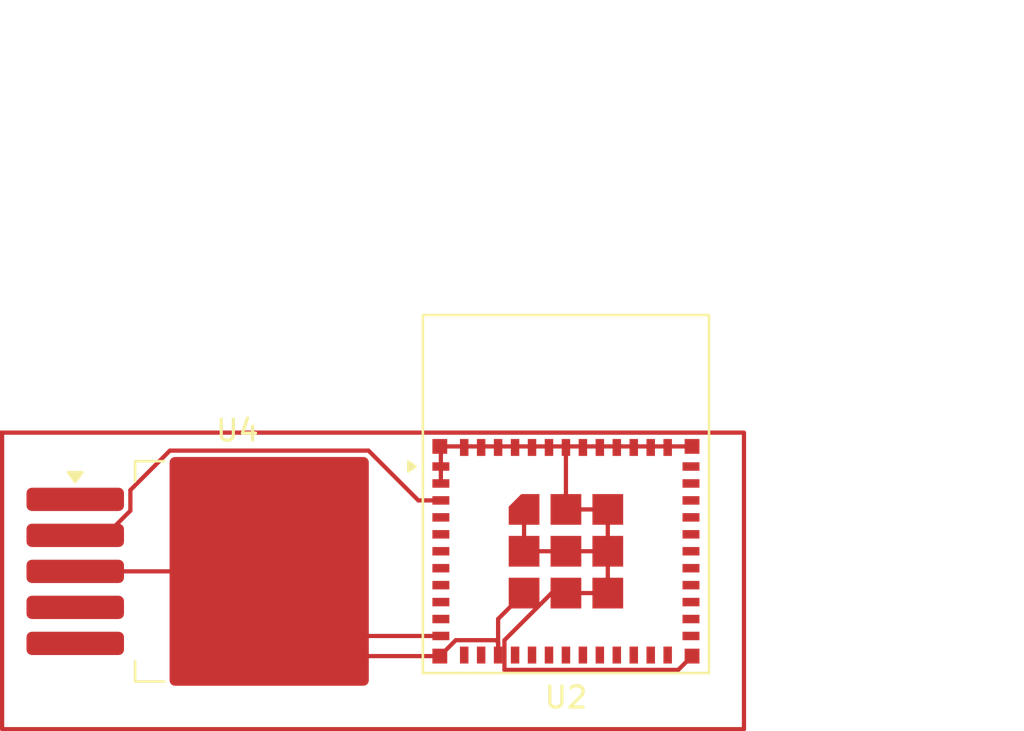
<source format=kicad_pcb>
(kicad_pcb (version 20241229) (generator "pcbnew") (generator_version "9.0")
  (layers (0 "F.Cu" signal) (2 "B.Cu" signal) (13 "F.Paste" user) (15 "B.Paste" user) (5 "F.SilkS" user "F.Silkscreen") (7 "B.SilkS" user "B.Silkscreen") (1 "F.Mask" user) (3 "B.Mask" user) (25 "Edge.Cuts" user))
  (net 0 "")
  (net 1 "GND")
  (net 7 "Net-(U1-A2)")
  (net 9 "Net-(U1-B2)")
  (net 10 "Net-(U1-C2)")
  (net 14 "Net-(U1-D2)")
  (net 16 "Net-(U1-B1)")
  (net 17 "Net-(U1-D1)")
  (net 23 "Net-(U1-A1)")
  (net 30 "+3.3V")
  (net 32 "Net-(U1-C1)")
  (net 35 "+12V")
  (footprint "Package_TO_SOT_SMD:TO-263-5_TabPin3" (layer "F.Cu") (at 124.1 111.05)
    (property "Reference" "U4" (at 0 -6.65 0) (layer "F.SilkS"))
    (property "Value" "LM2596S-3.3")
    (fp_line (start -4.825 -5.2) (end -4.825 -4.25) (stroke (width 0.12)) (layer "F.SilkS"))
    (fp_line (start -4.825 5.2) (end -4.825 4.25) (stroke (width 0.12)) (layer "F.SilkS"))
    (fp_line (start -3.46 -5.2) (end -4.825 -5.2) (stroke (width 0.12)) (layer "F.SilkS"))
    (fp_line (start -3.46 5.2) (end -4.825 5.2) (stroke (width 0.12)) (layer "F.SilkS"))
    (fp_poly (pts (xy -7.65 -4.21) (xy -7.99 -4.68) (xy -7.31 -4.68)) (stroke (width 0.12)) (fill yes) (layer "F.SilkS"))
    (pad "1" smd roundrect (at -7.65 -3.4) (size 4.6 1.1) (layers "F.Cu" "F.Mask" "F.Paste") (roundrect_rratio 0.227273) (net 35 "+12V"))
    (pad "2" smd roundrect (at -7.65 -1.7) (size 4.6 1.1) (layers "F.Cu" "F.Mask" "F.Paste") (roundrect_rratio 0.227273) (net 30 "+3.3V"))
    (pad "3" smd roundrect (at -7.65 0) (size 4.6 1.1) (layers "F.Cu" "F.Mask" "F.Paste") (roundrect_rratio 0.227273) (net 1 "GND"))
    (pad "3" smd roundrect (at 1.5 0) (size 9.4 10.8) (layers "F.Cu" "F.Mask") (roundrect_rratio 0.026596) (net 1 "GND"))
    (pad "4" smd roundrect (at -7.65 1.7) (size 4.6 1.1) (layers "F.Cu" "F.Mask" "F.Paste") (roundrect_rratio 0.227273))
    (pad "5" smd roundrect (at -7.65 3.4) (size 4.6 1.1) (layers "F.Cu" "F.Mask" "F.Paste") (roundrect_rratio 0.227273))
  )
  (footprint "RF_Module:ESP32-C6-MINI-1" (layer "F.Cu") (at 139.6 110.1)
    (property "Reference" "U2" (at 0 6.9 0) (layer "F.SilkS"))
    (property "Value" "ESP32-C6-MINI-1")
    (fp_line (start -6.75 -11.15) (end 6.75 -11.15) (stroke (width 0.12)) (layer "F.SilkS"))
    (fp_line (start -6.75 5.75) (end -6.75 -11.15) (stroke (width 0.12)) (layer "F.SilkS"))
    (fp_line (start 6.75 -11.15) (end 6.75 5.75) (stroke (width 0.12)) (layer "F.SilkS"))
    (fp_line (start 6.75 5.75) (end -6.75 5.75) (stroke (width 0.12)) (layer "F.SilkS"))
    (fp_poly (pts (xy -7.1 -4) (xy -7.436 -3.76) (xy -7.436 -4.24) (xy -7.1 -4)) (stroke (width 0.12)) (fill yes) (layer "F.SilkS"))
    (pad "1" smd rect (at -5.9 -4) (size 0.8 0.4) (layers "F.Cu" "F.Mask" "F.Paste") (net 1 "GND"))
    (pad "2" smd rect (at -5.9 -3.2) (size 0.8 0.4) (layers "F.Cu" "F.Mask" "F.Paste") (net 1 "GND"))
    (pad "3" smd rect (at -5.9 -2.4) (size 0.8 0.4) (layers "F.Cu" "F.Mask" "F.Paste") (net 30 "+3.3V"))
    (pad "4" smd rect (at -5.9 -1.6) (size 0.8 0.4) (layers "F.Cu" "F.Mask" "F.Paste"))
    (pad "5" smd rect (at -5.9 -0.8) (size 0.8 0.4) (layers "F.Cu" "F.Mask" "F.Paste"))
    (pad "6" smd rect (at -5.9 0) (size 0.8 0.4) (layers "F.Cu" "F.Mask" "F.Paste"))
    (pad "7" smd rect (at -5.9 0.8) (size 0.8 0.4) (layers "F.Cu" "F.Mask" "F.Paste"))
    (pad "8" smd rect (at -5.9 1.6) (size 0.8 0.4) (layers "F.Cu" "F.Mask" "F.Paste"))
    (pad "9" smd rect (at -5.9 2.4) (size 0.8 0.4) (layers "F.Cu" "F.Mask" "F.Paste") (net 23 "Net-(U1-A1)"))
    (pad "10" smd rect (at -5.9 3.2) (size 0.8 0.4) (layers "F.Cu" "F.Mask" "F.Paste") (net 7 "Net-(U1-A2)"))
    (pad "11" smd rect (at -5.9 4) (size 0.8 0.4) (layers "F.Cu" "F.Mask" "F.Paste") (net 1 "GND"))
    (pad "12" smd rect (at -4.8 4.9 90) (size 0.8 0.4) (layers "F.Cu" "F.Mask" "F.Paste"))
    (pad "13" smd rect (at -4 4.9 90) (size 0.8 0.4) (layers "F.Cu" "F.Mask" "F.Paste"))
    (pad "14" smd rect (at -3.2 4.9 90) (size 0.8 0.4) (layers "F.Cu" "F.Mask" "F.Paste") (net 1 "GND"))
    (pad "15" smd rect (at -2.4 4.9 90) (size 0.8 0.4) (layers "F.Cu" "F.Mask" "F.Paste") (net 16 "Net-(U1-B1)"))
    (pad "16" smd rect (at -1.6 4.9 90) (size 0.8 0.4) (layers "F.Cu" "F.Mask" "F.Paste") (net 9 "Net-(U1-B2)"))
    (pad "17" smd rect (at -0.8 4.9 90) (size 0.8 0.4) (layers "F.Cu" "F.Mask" "F.Paste"))
    (pad "18" smd rect (at 0 4.9 90) (size 0.8 0.4) (layers "F.Cu" "F.Mask" "F.Paste"))
    (pad "19" smd rect (at 0.8 4.9 90) (size 0.8 0.4) (layers "F.Cu" "F.Mask" "F.Paste"))
    (pad "20" smd rect (at 1.6 4.9 90) (size 0.8 0.4) (layers "F.Cu" "F.Mask" "F.Paste"))
    (pad "21" smd rect (at 2.4 4.9 90) (size 0.8 0.4) (layers "F.Cu" "F.Mask" "F.Paste"))
    (pad "22" smd rect (at 3.2 4.9 90) (size 0.8 0.4) (layers "F.Cu" "F.Mask" "F.Paste") (net 32 "Net-(U1-C1)"))
    (pad "23" smd rect (at 4 4.9 90) (size 0.8 0.4) (layers "F.Cu" "F.Mask" "F.Paste") (net 10 "Net-(U1-C2)"))
    (pad "24" smd rect (at 4.8 4.9 90) (size 0.8 0.4) (layers "F.Cu" "F.Mask" "F.Paste"))
    (pad "25" smd rect (at 5.9 4) (size 0.8 0.4) (layers "F.Cu" "F.Mask" "F.Paste"))
    (pad "26" smd rect (at 5.9 3.2) (size 0.8 0.4) (layers "F.Cu" "F.Mask" "F.Paste"))
    (pad "27" smd rect (at 5.9 2.4) (size 0.8 0.4) (layers "F.Cu" "F.Mask" "F.Paste"))
    (pad "28" smd rect (at 5.9 1.6) (size 0.8 0.4) (layers "F.Cu" "F.Mask" "F.Paste") (net 17 "Net-(U1-D1)"))
    (pad "29" smd rect (at 5.9 0.8) (size 0.8 0.4) (layers "F.Cu" "F.Mask" "F.Paste") (net 14 "Net-(U1-D2)"))
    (pad "30" smd rect (at 5.9 0) (size 0.8 0.4) (layers "F.Cu" "F.Mask" "F.Paste"))
    (pad "31" smd rect (at 5.9 -0.8) (size 0.8 0.4) (layers "F.Cu" "F.Mask" "F.Paste"))
    (pad "32" smd rect (at 5.9 -1.6) (size 0.8 0.4) (layers "F.Cu" "F.Mask" "F.Paste"))
    (pad "33" smd rect (at 5.9 -2.4) (size 0.8 0.4) (layers "F.Cu" "F.Mask" "F.Paste"))
    (pad "34" smd rect (at 5.9 -3.2) (size 0.8 0.4) (layers "F.Cu" "F.Mask" "F.Paste"))
    (pad "35" smd rect (at 5.9 -4) (size 0.8 0.4) (layers "F.Cu" "F.Mask" "F.Paste"))
    (pad "36" smd rect (at 4.8 -4.9 90) (size 0.8 0.4) (layers "F.Cu" "F.Mask" "F.Paste") (net 1 "GND"))
    (pad "37" smd rect (at 4 -4.9 90) (size 0.8 0.4) (layers "F.Cu" "F.Mask" "F.Paste") (net 1 "GND"))
    (pad "38" smd rect (at 3.2 -4.9 90) (size 0.8 0.4) (layers "F.Cu" "F.Mask" "F.Paste") (net 1 "GND"))
    (pad "39" smd rect (at 2.4 -4.9 90) (size 0.8 0.4) (layers "F.Cu" "F.Mask" "F.Paste") (net 1 "GND"))
    (pad "40" smd rect (at 1.6 -4.9 90) (size 0.8 0.4) (layers "F.Cu" "F.Mask" "F.Paste") (net 1 "GND"))
    (pad "41" smd rect (at 0.8 -4.9 90) (size 0.8 0.4) (layers "F.Cu" "F.Mask" "F.Paste") (net 1 "GND"))
    (pad "42" smd rect (at 0 -4.9 90) (size 0.8 0.4) (layers "F.Cu" "F.Mask" "F.Paste") (net 1 "GND"))
    (pad "43" smd rect (at -0.8 -4.9 90) (size 0.8 0.4) (layers "F.Cu" "F.Mask" "F.Paste") (net 1 "GND"))
    (pad "44" smd rect (at -1.6 -4.9 90) (size 0.8 0.4) (layers "F.Cu" "F.Mask" "F.Paste") (net 1 "GND"))
    (pad "45" smd rect (at -2.4 -4.9 90) (size 0.8 0.4) (layers "F.Cu" "F.Mask" "F.Paste") (net 1 "GND"))
    (pad "46" smd rect (at -3.2 -4.9 90) (size 0.8 0.4) (layers "F.Cu" "F.Mask" "F.Paste") (net 1 "GND"))
    (pad "47" smd rect (at -4 -4.9 90) (size 0.8 0.4) (layers "F.Cu" "F.Mask" "F.Paste") (net 1 "GND"))
    (pad "48" smd rect (at -4.8 -4.9 90) (size 0.8 0.4) (layers "F.Cu" "F.Mask" "F.Paste") (net 1 "GND"))
    (pad "49" smd roundrect (at -1.975 -1.975) (size 1.45 1.45) (property pad_prop_heatsink) (layers "F.Cu" "F.Mask" "F.Paste") (roundrect_rratio 0) (chamfer_ratio 0.41) (chamfer top_left) (net 1 "GND"))
    (pad "49" smd rect (at -1.975 0) (size 1.45 1.45) (property pad_prop_heatsink) (layers "F.Cu" "F.Mask" "F.Paste") (net 1 "GND"))
    (pad "49" smd rect (at -1.975 1.975) (size 1.45 1.45) (property pad_prop_heatsink) (layers "F.Cu" "F.Mask" "F.Paste") (net 1 "GND"))
    (pad "49" smd rect (at 0 -1.975) (size 1.45 1.45) (property pad_prop_heatsink) (layers "F.Cu" "F.Mask" "F.Paste") (net 1 "GND"))
    (pad "49" smd rect (at 0 0) (size 1.45 1.45) (property pad_prop_heatsink) (layers "F.Cu" "F.Mask" "F.Paste") (net 1 "GND"))
    (pad "49" smd rect (at 0 1.975) (size 1.45 1.45) (property pad_prop_heatsink) (layers "F.Cu" "F.Mask" "F.Paste") (net 1 "GND"))
    (pad "49" smd rect (at 1.975 -1.975) (size 1.45 1.45) (property pad_prop_heatsink) (layers "F.Cu" "F.Mask" "F.Paste") (net 1 "GND"))
    (pad "49" smd rect (at 1.975 0) (size 1.45 1.45) (property pad_prop_heatsink) (layers "F.Cu" "F.Mask" "F.Paste") (net 1 "GND"))
    (pad "49" smd rect (at 1.975 1.975) (size 1.45 1.45) (property pad_prop_heatsink) (layers "F.Cu" "F.Mask" "F.Paste") (net 1 "GND"))
    (pad "50" smd rect (at 5.95 -4.95) (size 0.7 0.7) (layers "F.Cu" "F.Mask" "F.Paste") (net 1 "GND"))
    (pad "51" smd rect (at 5.95 4.95) (size 0.7 0.7) (layers "F.Cu" "F.Mask" "F.Paste") (net 1 "GND"))
    (pad "52" smd rect (at -5.95 4.95) (size 0.7 0.7) (layers "F.Cu" "F.Mask" "F.Paste") (net 1 "GND"))
    (pad "53" smd rect (at -5.95 -4.95) (size 0.7 0.7) (layers "F.Cu" "F.Mask" "F.Paste") (net 1 "GND"))
  )
  (gr_rect (start 113 104.5) (end 148 118.5) (stroke (width 0.2)) (fill no) (layer "F.Cu"))
  (segment (start 139.6 108.125) (end 139.6 105.2) (width 0.2) (layer "F.Cu") (net 1))
  (segment (start 139.6 108.125) (end 141.575 108.125) (width 0.2) (layer "F.Cu") (net 1))
  (segment (start 136.4 115) (end 136.4 114.4) (width 0.2) (layer "F.Cu") (net 1))
  (segment (start 138.923 112.075) (end 141.575 112.075) (width 0.2) (layer "F.Cu") (net 1))
  (segment (start 128.65 114.1) (end 133.7 114.1) (width 0.2) (layer "F.Cu") (net 1))
  (segment (start 141.575 112.075) (end 141.575 108.125) (width 0.2) (layer "F.Cu") (net 1))
  (segment (start 125.6 111.05) (end 128.65 114.1) (width 0.2) (layer "F.Cu") (net 1))
  (segment (start 144.899 115.701) (end 136.699 115.701) (width 0.2) (layer "F.Cu") (net 1))
  (segment (start 129.6 115.05) (end 125.6 111.05) (width 0.2) (layer "F.Cu") (net 1))
  (segment (start 133.65 105.15) (end 145.55 105.15) (width 0.2) (layer "F.Cu") (net 1))
  (segment (start 133.7 105.2) (end 133.65 105.15) (width 0.2) (layer "F.Cu") (net 1))
  (segment (start 136.699 114.299) (end 138.923 112.075) (width 0.2) (layer "F.Cu") (net 1))
  (segment (start 133.7 106.9) (end 133.7 105.2) (width 0.2) (layer "F.Cu") (net 1))
  (segment (start 136.299 114.299) (end 134.401 114.299) (width 0.2) (layer "F.Cu") (net 1))
  (segment (start 136.699 115.701) (end 136.699 114.299) (width 0.2) (layer "F.Cu") (net 1))
  (segment (start 136.4 114.4) (end 136.299 114.299) (width 0.2) (layer "F.Cu") (net 1))
  (segment (start 136.4 115) (end 136.4 113.3) (width 0.2) (layer "F.Cu") (net 1))
  (segment (start 145.55 115.05) (end 144.899 115.701) (width 0.2) (layer "F.Cu") (net 1))
  (segment (start 134.401 114.299) (end 133.65 115.05) (width 0.2) (layer "F.Cu") (net 1))
  (segment (start 133.65 115.05) (end 129.6 115.05) (width 0.2) (layer "F.Cu") (net 1))
  (segment (start 136.4 113.3) (end 137.625 112.075) (width 0.2) (layer "F.Cu") (net 1))
  (segment (start 137.625 108.125) (end 137.625 110.1) (width 0.2) (layer "F.Cu") (net 1))
  (segment (start 116.45 111.05) (end 125.6 111.05) (width 0.2) (layer "F.Cu") (net 1))
  (segment (start 137.625 110.1) (end 141.575 110.1) (width 0.2) (layer "F.Cu") (net 1))
  (segment (start 120.91484 105.349) (end 119.051 107.21284) (width 0.2) (layer "F.Cu") (net 30))
  (segment (start 132.63616 107.7) (end 130.28516 105.349) (width 0.2) (layer "F.Cu") (net 30))
  (segment (start 119.051 108.18516) (end 117.88616 109.35) (width 0.2) (layer "F.Cu") (net 30))
  (segment (start 133.7 107.7) (end 132.63616 107.7) (width 0.2) (layer "F.Cu") (net 30))
  (segment (start 130.28516 105.349) (end 120.91484 105.349) (width 0.2) (layer "F.Cu") (net 30))
  (segment (start 117.88616 109.35) (end 116.45 109.35) (width 0.2) (layer "F.Cu") (net 30))
  (segment (start 119.051 107.21284) (end 119.051 108.18516) (width 0.2) (layer "F.Cu") (net 30))
)
</source>
